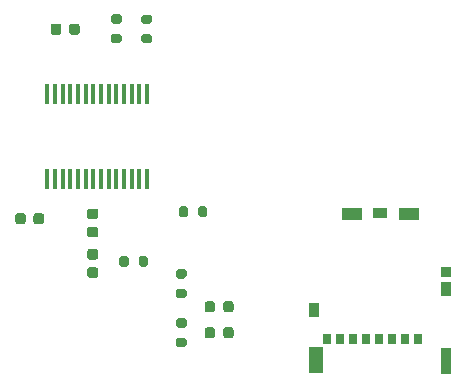
<source format=gbr>
%TF.GenerationSoftware,KiCad,Pcbnew,(5.1.7)-1*%
%TF.CreationDate,2021-01-12T02:59:51-08:00*%
%TF.ProjectId,froggy,66726f67-6779-42e6-9b69-6361645f7063,rev?*%
%TF.SameCoordinates,Original*%
%TF.FileFunction,Paste,Top*%
%TF.FilePolarity,Positive*%
%FSLAX46Y46*%
G04 Gerber Fmt 4.6, Leading zero omitted, Abs format (unit mm)*
G04 Created by KiCad (PCBNEW (5.1.7)-1) date 2021-01-12 02:59:51*
%MOMM*%
%LPD*%
G01*
G04 APERTURE LIST*
%ADD10R,0.900000X0.900000*%
%ADD11R,0.950000X1.200000*%
%ADD12R,1.200000X0.880000*%
%ADD13R,1.700000X1.030000*%
%ADD14R,0.880000X1.250000*%
%ADD15R,1.190000X2.300000*%
%ADD16R,0.950000X2.170000*%
%ADD17R,0.700000X0.950000*%
%ADD18R,0.450000X1.750000*%
G04 APERTURE END LIST*
D10*
%TO.C,J2*%
X197822000Y-79452000D03*
D11*
X197822000Y-80862000D03*
D12*
X192247000Y-74462000D03*
D13*
X194647000Y-74537000D03*
X189847000Y-74537000D03*
D14*
X186637000Y-82647000D03*
D15*
X186802000Y-86922000D03*
D16*
X197822000Y-86987000D03*
D17*
X187747000Y-85087000D03*
X188847000Y-85087000D03*
X189947000Y-85087000D03*
X191047000Y-85087000D03*
X192147000Y-85087000D03*
X193247000Y-85087000D03*
X194347000Y-85087000D03*
X195447000Y-85087000D03*
%TD*%
%TO.C,R1*%
G36*
G01*
X170950000Y-78275000D02*
X170950000Y-78825000D01*
G75*
G02*
X170750000Y-79025000I-200000J0D01*
G01*
X170350000Y-79025000D01*
G75*
G02*
X170150000Y-78825000I0J200000D01*
G01*
X170150000Y-78275000D01*
G75*
G02*
X170350000Y-78075000I200000J0D01*
G01*
X170750000Y-78075000D01*
G75*
G02*
X170950000Y-78275000I0J-200000D01*
G01*
G37*
G36*
G01*
X172600000Y-78275000D02*
X172600000Y-78825000D01*
G75*
G02*
X172400000Y-79025000I-200000J0D01*
G01*
X172000000Y-79025000D01*
G75*
G02*
X171800000Y-78825000I0J200000D01*
G01*
X171800000Y-78275000D01*
G75*
G02*
X172000000Y-78075000I200000J0D01*
G01*
X172400000Y-78075000D01*
G75*
G02*
X172600000Y-78275000I0J-200000D01*
G01*
G37*
%TD*%
%TO.C,C1*%
G36*
G01*
X167650000Y-79050000D02*
X168150000Y-79050000D01*
G75*
G02*
X168375000Y-79275000I0J-225000D01*
G01*
X168375000Y-79725000D01*
G75*
G02*
X168150000Y-79950000I-225000J0D01*
G01*
X167650000Y-79950000D01*
G75*
G02*
X167425000Y-79725000I0J225000D01*
G01*
X167425000Y-79275000D01*
G75*
G02*
X167650000Y-79050000I225000J0D01*
G01*
G37*
G36*
G01*
X167650000Y-77500000D02*
X168150000Y-77500000D01*
G75*
G02*
X168375000Y-77725000I0J-225000D01*
G01*
X168375000Y-78175000D01*
G75*
G02*
X168150000Y-78400000I-225000J0D01*
G01*
X167650000Y-78400000D01*
G75*
G02*
X167425000Y-78175000I0J225000D01*
G01*
X167425000Y-77725000D01*
G75*
G02*
X167650000Y-77500000I225000J0D01*
G01*
G37*
%TD*%
%TO.C,C2*%
G36*
G01*
X164350000Y-59150000D02*
X164350000Y-58650000D01*
G75*
G02*
X164575000Y-58425000I225000J0D01*
G01*
X165025000Y-58425000D01*
G75*
G02*
X165250000Y-58650000I0J-225000D01*
G01*
X165250000Y-59150000D01*
G75*
G02*
X165025000Y-59375000I-225000J0D01*
G01*
X164575000Y-59375000D01*
G75*
G02*
X164350000Y-59150000I0J225000D01*
G01*
G37*
G36*
G01*
X165900000Y-59150000D02*
X165900000Y-58650000D01*
G75*
G02*
X166125000Y-58425000I225000J0D01*
G01*
X166575000Y-58425000D01*
G75*
G02*
X166800000Y-58650000I0J-225000D01*
G01*
X166800000Y-59150000D01*
G75*
G02*
X166575000Y-59375000I-225000J0D01*
G01*
X166125000Y-59375000D01*
G75*
G02*
X165900000Y-59150000I0J225000D01*
G01*
G37*
%TD*%
%TO.C,C3*%
G36*
G01*
X167650000Y-74075000D02*
X168150000Y-74075000D01*
G75*
G02*
X168375000Y-74300000I0J-225000D01*
G01*
X168375000Y-74750000D01*
G75*
G02*
X168150000Y-74975000I-225000J0D01*
G01*
X167650000Y-74975000D01*
G75*
G02*
X167425000Y-74750000I0J225000D01*
G01*
X167425000Y-74300000D01*
G75*
G02*
X167650000Y-74075000I225000J0D01*
G01*
G37*
G36*
G01*
X167650000Y-75625000D02*
X168150000Y-75625000D01*
G75*
G02*
X168375000Y-75850000I0J-225000D01*
G01*
X168375000Y-76300000D01*
G75*
G02*
X168150000Y-76525000I-225000J0D01*
G01*
X167650000Y-76525000D01*
G75*
G02*
X167425000Y-76300000I0J225000D01*
G01*
X167425000Y-75850000D01*
G75*
G02*
X167650000Y-75625000I225000J0D01*
G01*
G37*
%TD*%
%TO.C,C4*%
G36*
G01*
X162890080Y-75185080D02*
X162890080Y-74685080D01*
G75*
G02*
X163115080Y-74460080I225000J0D01*
G01*
X163565080Y-74460080D01*
G75*
G02*
X163790080Y-74685080I0J-225000D01*
G01*
X163790080Y-75185080D01*
G75*
G02*
X163565080Y-75410080I-225000J0D01*
G01*
X163115080Y-75410080D01*
G75*
G02*
X162890080Y-75185080I0J225000D01*
G01*
G37*
G36*
G01*
X161340080Y-75185080D02*
X161340080Y-74685080D01*
G75*
G02*
X161565080Y-74460080I225000J0D01*
G01*
X162015080Y-74460080D01*
G75*
G02*
X162240080Y-74685080I0J-225000D01*
G01*
X162240080Y-75185080D01*
G75*
G02*
X162015080Y-75410080I-225000J0D01*
G01*
X161565080Y-75410080D01*
G75*
G02*
X161340080Y-75185080I0J225000D01*
G01*
G37*
%TD*%
%TO.C,D1*%
G36*
G01*
X178962500Y-84856250D02*
X178962500Y-84343750D01*
G75*
G02*
X179181250Y-84125000I218750J0D01*
G01*
X179618750Y-84125000D01*
G75*
G02*
X179837500Y-84343750I0J-218750D01*
G01*
X179837500Y-84856250D01*
G75*
G02*
X179618750Y-85075000I-218750J0D01*
G01*
X179181250Y-85075000D01*
G75*
G02*
X178962500Y-84856250I0J218750D01*
G01*
G37*
G36*
G01*
X177387500Y-84856250D02*
X177387500Y-84343750D01*
G75*
G02*
X177606250Y-84125000I218750J0D01*
G01*
X178043750Y-84125000D01*
G75*
G02*
X178262500Y-84343750I0J-218750D01*
G01*
X178262500Y-84856250D01*
G75*
G02*
X178043750Y-85075000I-218750J0D01*
G01*
X177606250Y-85075000D01*
G75*
G02*
X177387500Y-84856250I0J218750D01*
G01*
G37*
%TD*%
%TO.C,D2*%
G36*
G01*
X179837500Y-82143750D02*
X179837500Y-82656250D01*
G75*
G02*
X179618750Y-82875000I-218750J0D01*
G01*
X179181250Y-82875000D01*
G75*
G02*
X178962500Y-82656250I0J218750D01*
G01*
X178962500Y-82143750D01*
G75*
G02*
X179181250Y-81925000I218750J0D01*
G01*
X179618750Y-81925000D01*
G75*
G02*
X179837500Y-82143750I0J-218750D01*
G01*
G37*
G36*
G01*
X178262500Y-82143750D02*
X178262500Y-82656250D01*
G75*
G02*
X178043750Y-82875000I-218750J0D01*
G01*
X177606250Y-82875000D01*
G75*
G02*
X177387500Y-82656250I0J218750D01*
G01*
X177387500Y-82143750D01*
G75*
G02*
X177606250Y-81925000I218750J0D01*
G01*
X178043750Y-81925000D01*
G75*
G02*
X178262500Y-82143750I0J-218750D01*
G01*
G37*
%TD*%
%TO.C,R2*%
G36*
G01*
X177625000Y-74075000D02*
X177625000Y-74625000D01*
G75*
G02*
X177425000Y-74825000I-200000J0D01*
G01*
X177025000Y-74825000D01*
G75*
G02*
X176825000Y-74625000I0J200000D01*
G01*
X176825000Y-74075000D01*
G75*
G02*
X177025000Y-73875000I200000J0D01*
G01*
X177425000Y-73875000D01*
G75*
G02*
X177625000Y-74075000I0J-200000D01*
G01*
G37*
G36*
G01*
X175975000Y-74075000D02*
X175975000Y-74625000D01*
G75*
G02*
X175775000Y-74825000I-200000J0D01*
G01*
X175375000Y-74825000D01*
G75*
G02*
X175175000Y-74625000I0J200000D01*
G01*
X175175000Y-74075000D01*
G75*
G02*
X175375000Y-73875000I200000J0D01*
G01*
X175775000Y-73875000D01*
G75*
G02*
X175975000Y-74075000I0J-200000D01*
G01*
G37*
%TD*%
%TO.C,R3*%
G36*
G01*
X172206240Y-57647620D02*
X172756240Y-57647620D01*
G75*
G02*
X172956240Y-57847620I0J-200000D01*
G01*
X172956240Y-58247620D01*
G75*
G02*
X172756240Y-58447620I-200000J0D01*
G01*
X172206240Y-58447620D01*
G75*
G02*
X172006240Y-58247620I0J200000D01*
G01*
X172006240Y-57847620D01*
G75*
G02*
X172206240Y-57647620I200000J0D01*
G01*
G37*
G36*
G01*
X172206240Y-59297620D02*
X172756240Y-59297620D01*
G75*
G02*
X172956240Y-59497620I0J-200000D01*
G01*
X172956240Y-59897620D01*
G75*
G02*
X172756240Y-60097620I-200000J0D01*
G01*
X172206240Y-60097620D01*
G75*
G02*
X172006240Y-59897620I0J200000D01*
G01*
X172006240Y-59497620D01*
G75*
G02*
X172206240Y-59297620I200000J0D01*
G01*
G37*
%TD*%
%TO.C,R4*%
G36*
G01*
X170188300Y-58426800D02*
X169638300Y-58426800D01*
G75*
G02*
X169438300Y-58226800I0J200000D01*
G01*
X169438300Y-57826800D01*
G75*
G02*
X169638300Y-57626800I200000J0D01*
G01*
X170188300Y-57626800D01*
G75*
G02*
X170388300Y-57826800I0J-200000D01*
G01*
X170388300Y-58226800D01*
G75*
G02*
X170188300Y-58426800I-200000J0D01*
G01*
G37*
G36*
G01*
X170188300Y-60076800D02*
X169638300Y-60076800D01*
G75*
G02*
X169438300Y-59876800I0J200000D01*
G01*
X169438300Y-59476800D01*
G75*
G02*
X169638300Y-59276800I200000J0D01*
G01*
X170188300Y-59276800D01*
G75*
G02*
X170388300Y-59476800I0J-200000D01*
G01*
X170388300Y-59876800D01*
G75*
G02*
X170188300Y-60076800I-200000J0D01*
G01*
G37*
%TD*%
D18*
%TO.C,U1*%
X172500000Y-64345000D03*
X171850000Y-64345000D03*
X171200000Y-64345000D03*
X170550000Y-64345000D03*
X169900000Y-64345000D03*
X169250000Y-64345000D03*
X168600000Y-64345000D03*
X167950000Y-64345000D03*
X167300000Y-64345000D03*
X166650000Y-64345000D03*
X166000000Y-64345000D03*
X165350000Y-64345000D03*
X164700000Y-64345000D03*
X164050000Y-64345000D03*
X164050000Y-71545000D03*
X164700000Y-71545000D03*
X165350000Y-71545000D03*
X166000000Y-71545000D03*
X166650000Y-71545000D03*
X167300000Y-71545000D03*
X167950000Y-71545000D03*
X168600000Y-71545000D03*
X169250000Y-71545000D03*
X169900000Y-71545000D03*
X170550000Y-71545000D03*
X171200000Y-71545000D03*
X171850000Y-71545000D03*
X172500000Y-71545000D03*
%TD*%
%TO.C,R5*%
G36*
G01*
X175675000Y-85800000D02*
X175125000Y-85800000D01*
G75*
G02*
X174925000Y-85600000I0J200000D01*
G01*
X174925000Y-85200000D01*
G75*
G02*
X175125000Y-85000000I200000J0D01*
G01*
X175675000Y-85000000D01*
G75*
G02*
X175875000Y-85200000I0J-200000D01*
G01*
X175875000Y-85600000D01*
G75*
G02*
X175675000Y-85800000I-200000J0D01*
G01*
G37*
G36*
G01*
X175675000Y-84150000D02*
X175125000Y-84150000D01*
G75*
G02*
X174925000Y-83950000I0J200000D01*
G01*
X174925000Y-83550000D01*
G75*
G02*
X175125000Y-83350000I200000J0D01*
G01*
X175675000Y-83350000D01*
G75*
G02*
X175875000Y-83550000I0J-200000D01*
G01*
X175875000Y-83950000D01*
G75*
G02*
X175675000Y-84150000I-200000J0D01*
G01*
G37*
%TD*%
%TO.C,R6*%
G36*
G01*
X175675000Y-80000000D02*
X175125000Y-80000000D01*
G75*
G02*
X174925000Y-79800000I0J200000D01*
G01*
X174925000Y-79400000D01*
G75*
G02*
X175125000Y-79200000I200000J0D01*
G01*
X175675000Y-79200000D01*
G75*
G02*
X175875000Y-79400000I0J-200000D01*
G01*
X175875000Y-79800000D01*
G75*
G02*
X175675000Y-80000000I-200000J0D01*
G01*
G37*
G36*
G01*
X175675000Y-81650000D02*
X175125000Y-81650000D01*
G75*
G02*
X174925000Y-81450000I0J200000D01*
G01*
X174925000Y-81050000D01*
G75*
G02*
X175125000Y-80850000I200000J0D01*
G01*
X175675000Y-80850000D01*
G75*
G02*
X175875000Y-81050000I0J-200000D01*
G01*
X175875000Y-81450000D01*
G75*
G02*
X175675000Y-81650000I-200000J0D01*
G01*
G37*
%TD*%
M02*

</source>
